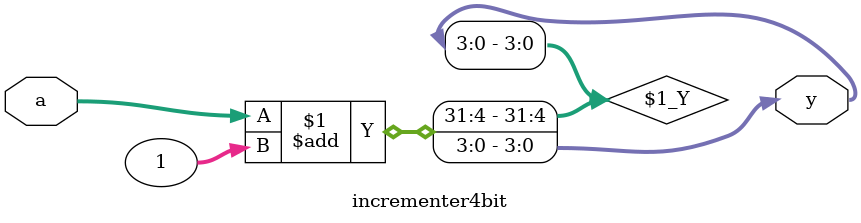
<source format=v>
module incrementer4bit(input [3:0] a, output [3:0] y);
    assign y = a + 1;
endmodule



</source>
